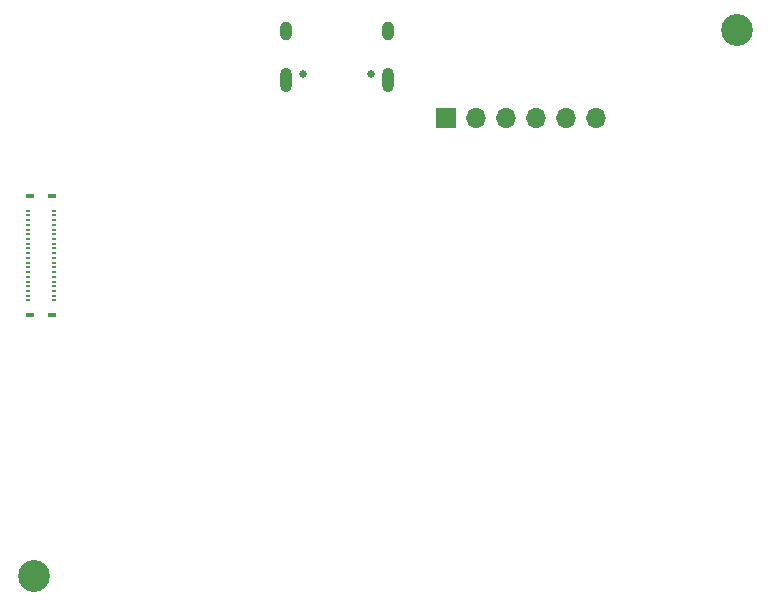
<source format=gts>
G04 #@! TF.GenerationSoftware,KiCad,Pcbnew,9.0.0*
G04 #@! TF.CreationDate,2025-04-02T18:41:46+03:00*
G04 #@! TF.ProjectId,bbq20_keyboard,62627132-305f-46b6-9579-626f6172642e,2*
G04 #@! TF.SameCoordinates,Original*
G04 #@! TF.FileFunction,Soldermask,Top*
G04 #@! TF.FilePolarity,Negative*
%FSLAX46Y46*%
G04 Gerber Fmt 4.6, Leading zero omitted, Abs format (unit mm)*
G04 Created by KiCad (PCBNEW 9.0.0) date 2025-04-02 18:41:46*
%MOMM*%
%LPD*%
G01*
G04 APERTURE LIST*
%ADD10R,0.750000X0.300000*%
%ADD11R,0.420000X0.230000*%
%ADD12C,2.700000*%
%ADD13R,1.700000X1.700000*%
%ADD14O,1.700000X1.700000*%
%ADD15C,0.650000*%
%ADD16O,1.000000X1.600000*%
%ADD17O,1.000000X2.100000*%
G04 APERTURE END LIST*
D10*
G04 #@! TO.C,U4*
X121875000Y-97110000D03*
X123725000Y-97110000D03*
X121875000Y-87090000D03*
X123725000Y-87090000D03*
D11*
X121700000Y-95900000D03*
X121700000Y-95500000D03*
X121700000Y-95100000D03*
X121700000Y-94700000D03*
X121700000Y-94300000D03*
X121700000Y-93900000D03*
X121700000Y-93500000D03*
X121700000Y-93100000D03*
X121700000Y-92700000D03*
X121700000Y-92300000D03*
X121700000Y-91900000D03*
X121700000Y-91500000D03*
X121700000Y-91100000D03*
X121700000Y-90700000D03*
X121700000Y-90300000D03*
X121700000Y-89900000D03*
X121700000Y-89500000D03*
X121700000Y-89100000D03*
X121700000Y-88700000D03*
X121700000Y-88300000D03*
X123885000Y-88300000D03*
X123885000Y-88700000D03*
X123885000Y-89100000D03*
X123885000Y-89500000D03*
X123885000Y-89900000D03*
X123885000Y-90300000D03*
X123885000Y-90700000D03*
X123885000Y-91100000D03*
X123885000Y-91500000D03*
X123885000Y-91900000D03*
X123885000Y-92300000D03*
X123885000Y-92700000D03*
X123885000Y-93100000D03*
X123885000Y-93500000D03*
X123885000Y-93900000D03*
X123885000Y-94300000D03*
X123885000Y-94700000D03*
X123885000Y-95100000D03*
X123885000Y-95500000D03*
X123885000Y-95900000D03*
G04 #@! TD*
D12*
G04 #@! TO.C,H2*
X122200000Y-119200000D03*
G04 #@! TD*
G04 #@! TO.C,H1*
X181700000Y-73000000D03*
G04 #@! TD*
D13*
G04 #@! TO.C,J2*
X157050000Y-80475000D03*
D14*
X159590000Y-80475000D03*
X162130000Y-80475000D03*
X164670000Y-80475000D03*
X167210000Y-80475000D03*
X169750000Y-80475000D03*
G04 #@! TD*
D15*
G04 #@! TO.C,J3*
X144910000Y-76700000D03*
X150690000Y-76700000D03*
D16*
X143480000Y-73050000D03*
D17*
X143480000Y-77230000D03*
D16*
X152120000Y-73050000D03*
D17*
X152120000Y-77230000D03*
G04 #@! TD*
M02*

</source>
